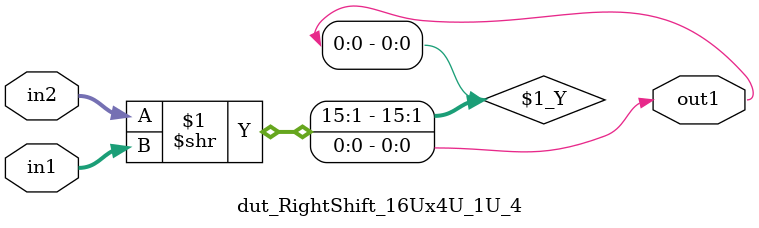
<source format=v>

`timescale 1ps / 1ps


module dut_RightShift_16Ux4U_1U_4( in2, in1, out1 );

    input [15:0] in2;
    input [3:0] in1;
    output out1;

    
    // rtl_process:dut_RightShift_16Ux4U_1U_4/dut_RightShift_16Ux4U_1U_4_thread_1
    assign out1 = in2 >> in1;

endmodule



</source>
